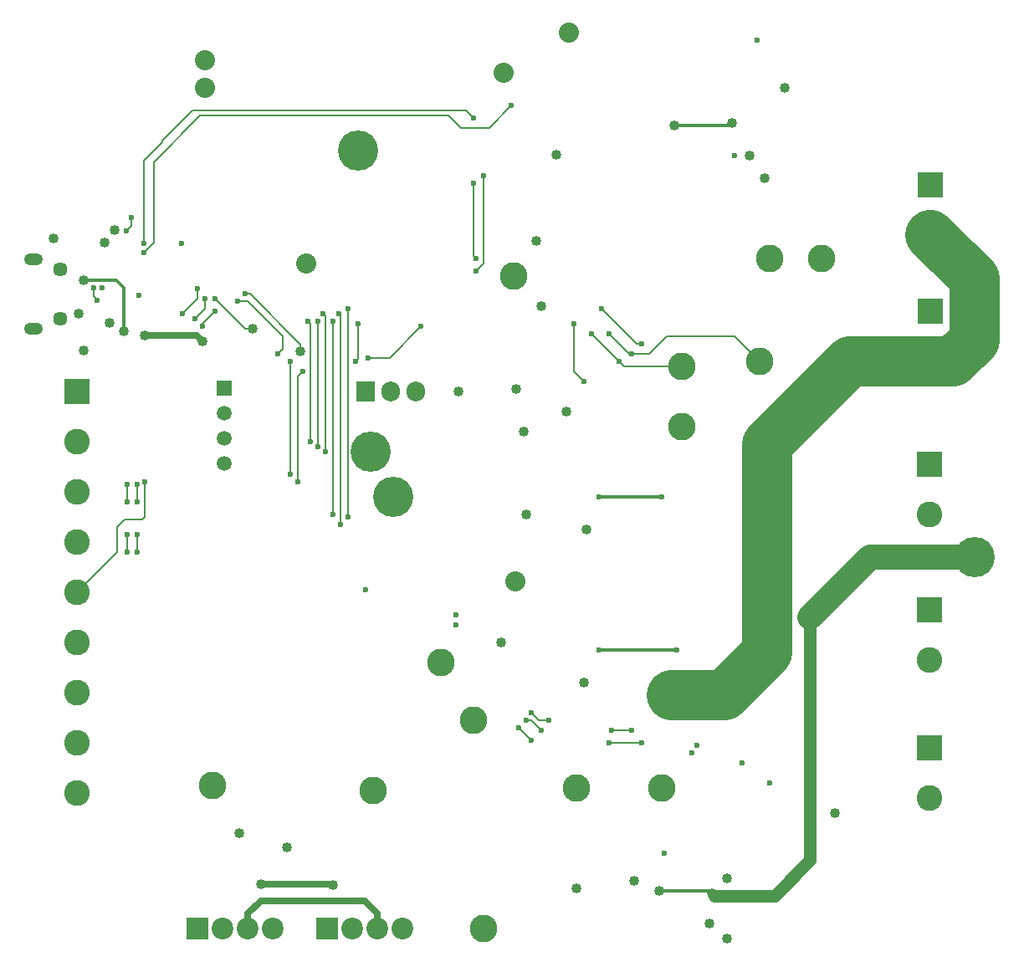
<source format=gbl>
G04 #@! TF.GenerationSoftware,KiCad,Pcbnew,5.1.6-c6e7f7d~87~ubuntu18.04.1*
G04 #@! TF.CreationDate,2020-08-03T14:56:27+01:00*
G04 #@! TF.ProjectId,garden,67617264-656e-42e6-9b69-6361645f7063,rev?*
G04 #@! TF.SameCoordinates,Original*
G04 #@! TF.FileFunction,Copper,L4,Bot*
G04 #@! TF.FilePolarity,Positive*
%FSLAX46Y46*%
G04 Gerber Fmt 4.6, Leading zero omitted, Abs format (unit mm)*
G04 Created by KiCad (PCBNEW 5.1.6-c6e7f7d~87~ubuntu18.04.1) date 2020-08-03 14:56:27*
%MOMM*%
%LPD*%
G01*
G04 APERTURE LIST*
G04 #@! TA.AperFunction,ComponentPad*
%ADD10C,2.800000*%
G04 #@! TD*
G04 #@! TA.AperFunction,ComponentPad*
%ADD11C,2.600000*%
G04 #@! TD*
G04 #@! TA.AperFunction,ComponentPad*
%ADD12R,2.600000X2.600000*%
G04 #@! TD*
G04 #@! TA.AperFunction,ComponentPad*
%ADD13O,1.905000X2.000000*%
G04 #@! TD*
G04 #@! TA.AperFunction,ComponentPad*
%ADD14R,1.905000X2.000000*%
G04 #@! TD*
G04 #@! TA.AperFunction,ComponentPad*
%ADD15C,1.500000*%
G04 #@! TD*
G04 #@! TA.AperFunction,ComponentPad*
%ADD16R,1.500000X1.500000*%
G04 #@! TD*
G04 #@! TA.AperFunction,ComponentPad*
%ADD17O,1.900000X1.200000*%
G04 #@! TD*
G04 #@! TA.AperFunction,ComponentPad*
%ADD18C,1.450000*%
G04 #@! TD*
G04 #@! TA.AperFunction,ComponentPad*
%ADD19C,2.200000*%
G04 #@! TD*
G04 #@! TA.AperFunction,ComponentPad*
%ADD20R,2.200000X2.200000*%
G04 #@! TD*
G04 #@! TA.AperFunction,ViaPad*
%ADD21C,1.016000*%
G04 #@! TD*
G04 #@! TA.AperFunction,ViaPad*
%ADD22C,4.064000*%
G04 #@! TD*
G04 #@! TA.AperFunction,ViaPad*
%ADD23C,2.032000*%
G04 #@! TD*
G04 #@! TA.AperFunction,ViaPad*
%ADD24C,0.600000*%
G04 #@! TD*
G04 #@! TA.AperFunction,Conductor*
%ADD25C,5.080000*%
G04 #@! TD*
G04 #@! TA.AperFunction,Conductor*
%ADD26C,1.270000*%
G04 #@! TD*
G04 #@! TA.AperFunction,Conductor*
%ADD27C,2.540000*%
G04 #@! TD*
G04 #@! TA.AperFunction,Conductor*
%ADD28C,0.635000*%
G04 #@! TD*
G04 #@! TA.AperFunction,Conductor*
%ADD29C,0.304800*%
G04 #@! TD*
G04 #@! TA.AperFunction,Conductor*
%ADD30C,0.203200*%
G04 #@! TD*
G04 APERTURE END LIST*
D10*
X137076000Y-76708000D03*
X131826000Y-76708000D03*
X105918000Y-78486000D03*
X102870000Y-144526000D03*
X130810000Y-87122000D03*
X122936000Y-87630000D03*
X91694000Y-130556000D03*
X75438000Y-130048000D03*
X122936000Y-93726000D03*
X112268000Y-130302000D03*
X120904000Y-130302000D03*
X101854000Y-123444000D03*
X98552000Y-117602000D03*
D11*
X61722000Y-130810000D03*
X61722000Y-125730000D03*
X61722000Y-120650000D03*
X61722000Y-115570000D03*
X61722000Y-110490000D03*
X61722000Y-105410000D03*
X61722000Y-100330000D03*
X61722000Y-95250000D03*
D12*
X61722000Y-90170000D03*
D13*
X96012000Y-90170000D03*
X93472000Y-90170000D03*
D14*
X90932000Y-90170000D03*
D15*
X76559000Y-97415000D03*
X76559000Y-94875000D03*
X76559000Y-92335000D03*
D16*
X76559000Y-89795000D03*
D17*
X57309500Y-83764000D03*
X57309500Y-76764000D03*
D18*
X60009500Y-82764000D03*
X60009500Y-77764000D03*
D11*
X148082000Y-87122000D03*
D12*
X148082000Y-82042000D03*
D19*
X94615000Y-144526000D03*
X92075000Y-144526000D03*
X89535000Y-144526000D03*
D20*
X86995000Y-144526000D03*
D19*
X81534000Y-144526000D03*
X78994000Y-144526000D03*
X76454000Y-144526000D03*
D20*
X73914000Y-144526000D03*
D11*
X147955000Y-131318000D03*
D12*
X147955000Y-126238000D03*
D11*
X147955000Y-117348000D03*
D12*
X147955000Y-112268000D03*
D11*
X147955000Y-102552500D03*
D12*
X147955000Y-97472500D03*
D11*
X148082000Y-74295000D03*
D12*
X148082000Y-69215000D03*
D21*
X61849000Y-82296000D03*
X59309000Y-74676000D03*
X65532000Y-73787000D03*
X62357000Y-85979000D03*
X138430000Y-132842000D03*
X127508000Y-145542000D03*
X127508000Y-139446000D03*
D22*
X93726000Y-100838000D03*
X91440000Y-96266000D03*
D21*
X106934000Y-94234000D03*
X100330000Y-90170000D03*
X106172000Y-89916000D03*
X111252000Y-92202000D03*
X108204000Y-74930000D03*
X110236000Y-66167000D03*
D23*
X74676000Y-56642000D03*
X104902000Y-57912000D03*
X84915274Y-77213057D03*
D22*
X90170000Y-65785999D03*
D24*
X121158000Y-136906000D03*
D21*
X125730000Y-144018000D03*
X118110000Y-139700000D03*
X107188000Y-102616000D03*
X113284000Y-104140000D03*
X112268000Y-140462000D03*
X108712000Y-81534000D03*
X113030000Y-119634000D03*
X104648000Y-115570000D03*
X131318000Y-68580000D03*
X133350000Y-59436000D03*
D22*
X131572000Y-110236000D03*
D24*
X129032000Y-127762000D03*
X123952000Y-126746000D03*
X100076000Y-112776000D03*
X67945000Y-80391000D03*
X64262000Y-79629000D03*
X64262000Y-79629000D03*
D23*
X121793000Y-120904000D03*
D21*
X82931000Y-136271000D03*
X78105000Y-134874000D03*
X64516000Y-75057000D03*
D23*
X111435113Y-53849172D03*
X74676000Y-59436000D03*
D21*
X129794000Y-66294000D03*
D24*
X128270000Y-66294000D03*
X130556000Y-54610000D03*
X131826000Y-129794000D03*
X124460000Y-125984000D03*
X100076000Y-113792000D03*
X90932000Y-110236000D03*
D23*
X106045000Y-109347000D03*
D21*
X64993601Y-83219731D03*
D24*
X72263000Y-75184000D03*
D22*
X152527000Y-106934000D03*
D21*
X125984000Y-140970000D03*
X135890000Y-136144000D03*
X120650000Y-140716000D03*
X68580000Y-84455000D03*
X74422000Y-85090000D03*
D24*
X114554000Y-100838000D03*
X120904000Y-100838000D03*
X114554000Y-116332000D03*
X122428000Y-116332000D03*
X88183108Y-82281927D03*
X88392000Y-103632000D03*
X77978000Y-81026000D03*
D21*
X122174000Y-63246000D03*
X128016000Y-62992000D03*
D24*
X82042000Y-86360000D03*
X113792000Y-84328000D03*
X116586000Y-87122000D03*
X109474000Y-123444000D03*
X107696000Y-122682000D03*
D21*
X84328000Y-86106000D03*
D24*
X78740000Y-80264000D03*
X115570000Y-84328000D03*
X117856000Y-86360000D03*
X107188000Y-123444000D03*
X108712000Y-124460000D03*
X115824000Y-124460000D03*
X117856000Y-124460000D03*
X63373000Y-79629000D03*
X63754000Y-80899000D03*
X67183000Y-72517000D03*
X66675000Y-73914000D03*
X68485600Y-75184000D03*
X101854000Y-62484000D03*
X68453000Y-76073000D03*
X105664000Y-61214000D03*
X85090000Y-83058000D03*
X85344000Y-95250000D03*
X87630000Y-83058000D03*
X87630000Y-102616000D03*
X73914000Y-79756000D03*
X72390000Y-82296000D03*
X66802000Y-99568000D03*
X66802000Y-101346000D03*
X66802000Y-104648000D03*
X66802000Y-106426000D03*
X102870000Y-68326000D03*
X102108000Y-77978000D03*
X96520000Y-83566000D03*
X84582000Y-88138000D03*
X84074000Y-99314000D03*
X91186000Y-86741000D03*
X101854000Y-69088000D03*
X102108000Y-76708000D03*
X90170000Y-83312000D03*
X89916000Y-87122000D03*
X83312000Y-87122000D03*
X83312000Y-98552000D03*
X112014000Y-83312000D03*
X113030000Y-89154000D03*
X89154000Y-81788000D03*
X89154000Y-102870000D03*
X86106000Y-83058000D03*
X86106000Y-95758000D03*
D21*
X80327500Y-140017500D03*
X87630000Y-140081000D03*
D24*
X86868000Y-96266000D03*
X86614000Y-82296000D03*
D21*
X79502000Y-83820000D03*
D24*
X75692000Y-80772000D03*
X118872000Y-85344000D03*
X114808000Y-81788000D03*
X118872000Y-125730000D03*
X115570000Y-125730000D03*
X107696000Y-125476000D03*
X106426000Y-124206000D03*
X74676000Y-80772000D03*
X73660000Y-82804000D03*
X67818000Y-99568000D03*
X67818000Y-101346000D03*
X67818000Y-104648000D03*
X67818000Y-106426000D03*
X75692000Y-82042000D03*
X74422000Y-83566000D03*
X68580000Y-99314000D03*
D21*
X62357000Y-78867000D03*
X66421000Y-84074000D03*
D25*
X148082000Y-74295000D02*
X152527000Y-78740000D01*
X152527000Y-78740000D02*
X152527000Y-84963000D01*
X150368000Y-87122000D02*
X148082000Y-87122000D01*
X152527000Y-84963000D02*
X150368000Y-87122000D01*
X148082000Y-87122000D02*
X139954000Y-87122000D01*
X139954000Y-87122000D02*
X131572000Y-95504000D01*
X131572000Y-95504000D02*
X131572000Y-110236000D01*
D26*
X121920000Y-120904000D02*
X121793000Y-120904000D01*
D25*
X127254000Y-120904000D02*
X121920000Y-120904000D01*
X131572000Y-116586000D02*
X127254000Y-120904000D01*
X131572000Y-110236000D02*
X131572000Y-116586000D01*
D27*
X135890000Y-113030000D02*
X141986000Y-106934000D01*
X141986000Y-106934000D02*
X152527000Y-106934000D01*
D26*
X132270500Y-141160500D02*
X126174500Y-141160500D01*
X135890000Y-137541000D02*
X132270500Y-141160500D01*
D28*
X126174500Y-141160500D02*
X125984000Y-140970000D01*
D26*
X135890000Y-113030000D02*
X135890000Y-136144000D01*
X135890000Y-136144000D02*
X135890000Y-137541000D01*
D29*
X125730000Y-140716000D02*
X125984000Y-140970000D01*
X120650000Y-140716000D02*
X125730000Y-140716000D01*
D28*
X68580000Y-84455000D02*
X73787000Y-84455000D01*
X73787000Y-84455000D02*
X74422000Y-85090000D01*
D29*
X114554000Y-100838000D02*
X120904000Y-100838000D01*
X114554000Y-116332000D02*
X122428000Y-116332000D01*
D30*
X88183108Y-82281927D02*
X88392000Y-82490819D01*
X88392000Y-82490819D02*
X88392000Y-103632000D01*
X82550000Y-84582000D02*
X78994000Y-81026000D01*
X78994000Y-81026000D02*
X77978000Y-81026000D01*
D29*
X122174000Y-63246000D02*
X127762000Y-63246000D01*
X127762000Y-63246000D02*
X128016000Y-62992000D01*
D30*
X82550000Y-84582000D02*
X82550000Y-85852000D01*
X82550000Y-85852000D02*
X82042000Y-86360000D01*
X113792000Y-84328000D02*
X116586000Y-87122000D01*
X109474000Y-123444000D02*
X108458000Y-123444000D01*
X108458000Y-123444000D02*
X107696000Y-122682000D01*
X117094000Y-87630000D02*
X116586000Y-87122000D01*
X122936000Y-87630000D02*
X117094000Y-87630000D01*
X79204420Y-80264000D02*
X78740000Y-80264000D01*
X84328000Y-86106000D02*
X84328000Y-85387580D01*
X84328000Y-85387580D02*
X79204420Y-80264000D01*
X115570000Y-84328000D02*
X117602000Y-86360000D01*
X117602000Y-86360000D02*
X117856000Y-86360000D01*
X107188000Y-123444000D02*
X107696000Y-123444000D01*
X107696000Y-123444000D02*
X108712000Y-124460000D01*
X115824000Y-124460000D02*
X117856000Y-124460000D01*
X117856000Y-86360000D02*
X119634000Y-86360000D01*
X119634000Y-86360000D02*
X121412000Y-84582000D01*
X128270000Y-84582000D02*
X130810000Y-87122000D01*
X121412000Y-84582000D02*
X128270000Y-84582000D01*
X63373000Y-79629000D02*
X63373000Y-80518000D01*
X63373000Y-80518000D02*
X63627000Y-80772000D01*
X63627000Y-80772000D02*
X63754000Y-80899000D01*
X67183000Y-72517000D02*
X67183000Y-73406000D01*
X67183000Y-73406000D02*
X66675000Y-73914000D01*
X68485600Y-75184000D02*
X68485600Y-66769400D01*
X68485600Y-66769400D02*
X70358000Y-64897000D01*
X70358000Y-64897000D02*
X70358000Y-64770000D01*
X70358000Y-64770000D02*
X73406000Y-61722000D01*
X73406000Y-61722000D02*
X101092000Y-61722000D01*
X101092000Y-61722000D02*
X101854000Y-62484000D01*
X100558599Y-63474599D02*
X103403401Y-63474599D01*
X69469000Y-75057000D02*
X69469000Y-66929000D01*
X69469000Y-66929000D02*
X74168000Y-62230000D01*
X103403401Y-63474599D02*
X105664000Y-61214000D01*
X74168000Y-62230000D02*
X99314000Y-62230000D01*
X68453000Y-76073000D02*
X69469000Y-75057000D01*
X99314000Y-62230000D02*
X100558599Y-63474599D01*
X85090000Y-83058000D02*
X85344000Y-83312000D01*
X85344000Y-83312000D02*
X85344000Y-95250000D01*
X87630000Y-83058000D02*
X87630000Y-102616000D01*
X73914000Y-79756000D02*
X73914000Y-80772000D01*
X73914000Y-80772000D02*
X72390000Y-82296000D01*
X66802000Y-99568000D02*
X66802000Y-101346000D01*
X66802000Y-104648000D02*
X66802000Y-106426000D01*
X102870000Y-68326000D02*
X102870000Y-77216000D01*
X102870000Y-77216000D02*
X102108000Y-77978000D01*
X84582000Y-88138000D02*
X84074000Y-88646000D01*
X84074000Y-88646000D02*
X84074000Y-99314000D01*
X93345000Y-86741000D02*
X96520000Y-83566000D01*
X91186000Y-86741000D02*
X93345000Y-86741000D01*
X101854000Y-69088000D02*
X101854000Y-76454000D01*
X101854000Y-76454000D02*
X102108000Y-76708000D01*
X90170000Y-83312000D02*
X90170000Y-86868000D01*
X90170000Y-86868000D02*
X89916000Y-87122000D01*
X83312000Y-87122000D02*
X83312000Y-98552000D01*
X112014000Y-83312000D02*
X112014000Y-88138000D01*
X112014000Y-88138000D02*
X113030000Y-89154000D01*
X89108001Y-81833999D02*
X89154000Y-81788000D01*
X89108001Y-83865999D02*
X89108001Y-100284001D01*
X89108001Y-83865999D02*
X89108001Y-81833999D01*
X89108001Y-100284001D02*
X89108001Y-102824001D01*
X89108001Y-102824001D02*
X89154000Y-102870000D01*
D28*
X80295866Y-141668500D02*
X90805000Y-141668500D01*
X78994000Y-144526000D02*
X78994000Y-142970366D01*
X78994000Y-142970366D02*
X80295866Y-141668500D01*
X90805000Y-141700366D02*
X90805000Y-141668500D01*
X92075000Y-142970366D02*
X90805000Y-141700366D01*
X92075000Y-144526000D02*
X92075000Y-142970366D01*
D30*
X86106000Y-83058000D02*
X86106000Y-95758000D01*
D28*
X80327500Y-140017500D02*
X87566500Y-140017500D01*
X87566500Y-140017500D02*
X87630000Y-140081000D01*
D30*
X86868000Y-96266000D02*
X86868000Y-82550000D01*
X86868000Y-82550000D02*
X86614000Y-82296000D01*
X79502000Y-83820000D02*
X78740000Y-83820000D01*
X78740000Y-83820000D02*
X75692000Y-80772000D01*
X118872000Y-85344000D02*
X118364000Y-85344000D01*
X118364000Y-85344000D02*
X114808000Y-81788000D01*
X118872000Y-125730000D02*
X115570000Y-125730000D01*
X107696000Y-125476000D02*
X106426000Y-124206000D01*
X74676000Y-80772000D02*
X74676000Y-81788000D01*
X74676000Y-81788000D02*
X73660000Y-82804000D01*
X67818000Y-99568000D02*
X67818000Y-101346000D01*
X67818000Y-104648000D02*
X67818000Y-106426000D01*
X75692000Y-82042000D02*
X74422000Y-83312000D01*
X74422000Y-83312000D02*
X74422000Y-83566000D01*
X68580000Y-99314000D02*
X68580000Y-102870000D01*
X68580000Y-102870000D02*
X68326000Y-103124000D01*
X68326000Y-103124000D02*
X66548000Y-103124000D01*
X66548000Y-103124000D02*
X65786000Y-103886000D01*
X65786000Y-106426000D02*
X61722000Y-110490000D01*
X65786000Y-103886000D02*
X65786000Y-106426000D01*
D29*
X62357000Y-78867000D02*
X63924698Y-78867000D01*
X63924698Y-78867000D02*
X65659000Y-78867000D01*
X65659000Y-78867000D02*
X66421000Y-79629000D01*
X66421000Y-79629000D02*
X66421000Y-84074000D01*
M02*

</source>
